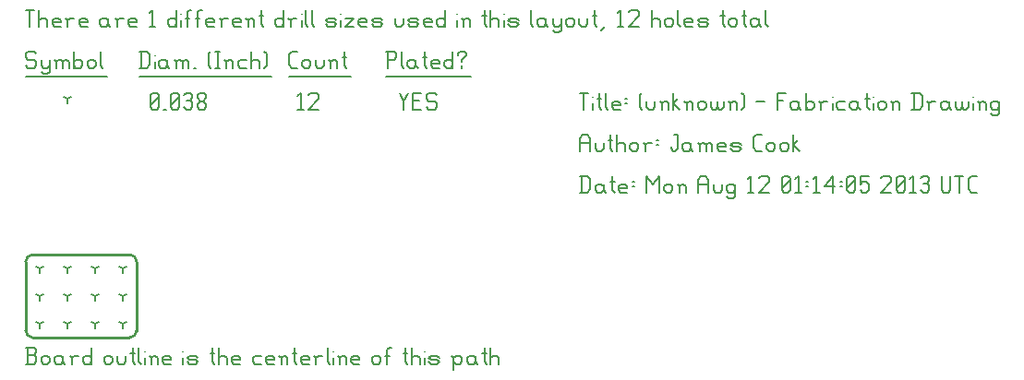
<source format=gbr>
G04 start of page 12 for group -3984 idx -3984 *
G04 Title: (unknown), fab *
G04 Creator: pcb 20110918 *
G04 CreationDate: Mon Aug 12 01:14:05 2013 UTC *
G04 For: mokus *
G04 Format: Gerber/RS-274X *
G04 PCB-Dimensions: 40000 30000 *
G04 PCB-Coordinate-Origin: lower left *
%MOIN*%
%FSLAX25Y25*%
%LNFAB*%
%ADD29C,0.0100*%
%ADD28C,0.0075*%
%ADD27C,0.0060*%
%ADD26C,0.0080*%
G54D26*X5000Y25000D02*Y23400D01*
Y25000D02*X6387Y25800D01*
X5000Y25000D02*X3613Y25800D01*
X5000Y15000D02*Y13400D01*
Y15000D02*X6387Y15800D01*
X5000Y15000D02*X3613Y15800D01*
X5000Y5000D02*Y3400D01*
Y5000D02*X6387Y5800D01*
X5000Y5000D02*X3613Y5800D01*
X15000Y25000D02*Y23400D01*
Y25000D02*X16387Y25800D01*
X15000Y25000D02*X13613Y25800D01*
X25000Y25000D02*Y23400D01*
Y25000D02*X26387Y25800D01*
X25000Y25000D02*X23613Y25800D01*
X15000Y15000D02*Y13400D01*
Y15000D02*X16387Y15800D01*
X15000Y15000D02*X13613Y15800D01*
X25000Y15000D02*Y13400D01*
Y15000D02*X26387Y15800D01*
X25000Y15000D02*X23613Y15800D01*
X15000Y5000D02*Y3400D01*
Y5000D02*X16387Y5800D01*
X15000Y5000D02*X13613Y5800D01*
X25000Y5000D02*Y3400D01*
Y5000D02*X26387Y5800D01*
X25000Y5000D02*X23613Y5800D01*
X35000Y25000D02*Y23400D01*
Y25000D02*X36387Y25800D01*
X35000Y25000D02*X33613Y25800D01*
X35000Y15000D02*Y13400D01*
Y15000D02*X36387Y15800D01*
X35000Y15000D02*X33613Y15800D01*
X35000Y5000D02*Y3400D01*
Y5000D02*X36387Y5800D01*
X35000Y5000D02*X33613Y5800D01*
X15000Y86250D02*Y84650D01*
Y86250D02*X16387Y87050D01*
X15000Y86250D02*X13613Y87050D01*
G54D27*X135000Y88500D02*X136500Y85500D01*
X138000Y88500D01*
X136500Y85500D02*Y82500D01*
X139800Y85800D02*X142050D01*
X139800Y82500D02*X142800D01*
X139800Y88500D02*Y82500D01*
Y88500D02*X142800D01*
X147600D02*X148350Y87750D01*
X145350Y88500D02*X147600D01*
X144600Y87750D02*X145350Y88500D01*
X144600Y87750D02*Y86250D01*
X145350Y85500D01*
X147600D01*
X148350Y84750D01*
Y83250D01*
X147600Y82500D02*X148350Y83250D01*
X145350Y82500D02*X147600D01*
X144600Y83250D02*X145350Y82500D01*
X98000Y87300D02*X99200Y88500D01*
Y82500D01*
X98000D02*X100250D01*
X102050Y87750D02*X102800Y88500D01*
X105050D01*
X105800Y87750D01*
Y86250D01*
X102050Y82500D02*X105800Y86250D01*
X102050Y82500D02*X105800D01*
X45000Y83250D02*X45750Y82500D01*
X45000Y87750D02*Y83250D01*
Y87750D02*X45750Y88500D01*
X47250D01*
X48000Y87750D01*
Y83250D01*
X47250Y82500D02*X48000Y83250D01*
X45750Y82500D02*X47250D01*
X45000Y84000D02*X48000Y87000D01*
X49800Y82500D02*X50550D01*
X52350Y83250D02*X53100Y82500D01*
X52350Y87750D02*Y83250D01*
Y87750D02*X53100Y88500D01*
X54600D01*
X55350Y87750D01*
Y83250D01*
X54600Y82500D02*X55350Y83250D01*
X53100Y82500D02*X54600D01*
X52350Y84000D02*X55350Y87000D01*
X57150Y87750D02*X57900Y88500D01*
X59400D01*
X60150Y87750D01*
X59400Y82500D02*X60150Y83250D01*
X57900Y82500D02*X59400D01*
X57150Y83250D02*X57900Y82500D01*
Y85800D02*X59400D01*
X60150Y87750D02*Y86550D01*
Y85050D02*Y83250D01*
Y85050D02*X59400Y85800D01*
X60150Y86550D02*X59400Y85800D01*
X61950Y83250D02*X62700Y82500D01*
X61950Y84450D02*Y83250D01*
Y84450D02*X63000Y85500D01*
X63900D01*
X64950Y84450D01*
Y83250D01*
X64200Y82500D02*X64950Y83250D01*
X62700Y82500D02*X64200D01*
X61950Y86550D02*X63000Y85500D01*
X61950Y87750D02*Y86550D01*
Y87750D02*X62700Y88500D01*
X64200D01*
X64950Y87750D01*
Y86550D01*
X63900Y85500D02*X64950Y86550D01*
X3000Y103500D02*X3750Y102750D01*
X750Y103500D02*X3000D01*
X0Y102750D02*X750Y103500D01*
X0Y102750D02*Y101250D01*
X750Y100500D01*
X3000D01*
X3750Y99750D01*
Y98250D01*
X3000Y97500D02*X3750Y98250D01*
X750Y97500D02*X3000D01*
X0Y98250D02*X750Y97500D01*
X5550Y100500D02*Y98250D01*
X6300Y97500D01*
X8550Y100500D02*Y96000D01*
X7800Y95250D02*X8550Y96000D01*
X6300Y95250D02*X7800D01*
X5550Y96000D02*X6300Y95250D01*
Y97500D02*X7800D01*
X8550Y98250D01*
X11100Y99750D02*Y97500D01*
Y99750D02*X11850Y100500D01*
X12600D01*
X13350Y99750D01*
Y97500D01*
Y99750D02*X14100Y100500D01*
X14850D01*
X15600Y99750D01*
Y97500D01*
X10350Y100500D02*X11100Y99750D01*
X17400Y103500D02*Y97500D01*
Y98250D02*X18150Y97500D01*
X19650D01*
X20400Y98250D01*
Y99750D02*Y98250D01*
X19650Y100500D02*X20400Y99750D01*
X18150Y100500D02*X19650D01*
X17400Y99750D02*X18150Y100500D01*
X22200Y99750D02*Y98250D01*
Y99750D02*X22950Y100500D01*
X24450D01*
X25200Y99750D01*
Y98250D01*
X24450Y97500D02*X25200Y98250D01*
X22950Y97500D02*X24450D01*
X22200Y98250D02*X22950Y97500D01*
X27000Y103500D02*Y98250D01*
X27750Y97500D01*
X0Y94250D02*X29250D01*
X41750Y103500D02*Y97500D01*
X43700Y103500D02*X44750Y102450D01*
Y98550D01*
X43700Y97500D02*X44750Y98550D01*
X41000Y97500D02*X43700D01*
X41000Y103500D02*X43700D01*
G54D28*X46550Y102000D02*Y101850D01*
G54D27*Y99750D02*Y97500D01*
X50300Y100500D02*X51050Y99750D01*
X48800Y100500D02*X50300D01*
X48050Y99750D02*X48800Y100500D01*
X48050Y99750D02*Y98250D01*
X48800Y97500D01*
X51050Y100500D02*Y98250D01*
X51800Y97500D01*
X48800D02*X50300D01*
X51050Y98250D01*
X54350Y99750D02*Y97500D01*
Y99750D02*X55100Y100500D01*
X55850D01*
X56600Y99750D01*
Y97500D01*
Y99750D02*X57350Y100500D01*
X58100D01*
X58850Y99750D01*
Y97500D01*
X53600Y100500D02*X54350Y99750D01*
X60650Y97500D02*X61400D01*
X65900Y98250D02*X66650Y97500D01*
X65900Y102750D02*X66650Y103500D01*
X65900Y102750D02*Y98250D01*
X68450Y103500D02*X69950D01*
X69200D02*Y97500D01*
X68450D02*X69950D01*
X72500Y99750D02*Y97500D01*
Y99750D02*X73250Y100500D01*
X74000D01*
X74750Y99750D01*
Y97500D01*
X71750Y100500D02*X72500Y99750D01*
X77300Y100500D02*X79550D01*
X76550Y99750D02*X77300Y100500D01*
X76550Y99750D02*Y98250D01*
X77300Y97500D01*
X79550D01*
X81350Y103500D02*Y97500D01*
Y99750D02*X82100Y100500D01*
X83600D01*
X84350Y99750D01*
Y97500D01*
X86150Y103500D02*X86900Y102750D01*
Y98250D01*
X86150Y97500D02*X86900Y98250D01*
X41000Y94250D02*X88700D01*
X96050Y97500D02*X98000D01*
X95000Y98550D02*X96050Y97500D01*
X95000Y102450D02*Y98550D01*
Y102450D02*X96050Y103500D01*
X98000D01*
X99800Y99750D02*Y98250D01*
Y99750D02*X100550Y100500D01*
X102050D01*
X102800Y99750D01*
Y98250D01*
X102050Y97500D02*X102800Y98250D01*
X100550Y97500D02*X102050D01*
X99800Y98250D02*X100550Y97500D01*
X104600Y100500D02*Y98250D01*
X105350Y97500D01*
X106850D01*
X107600Y98250D01*
Y100500D02*Y98250D01*
X110150Y99750D02*Y97500D01*
Y99750D02*X110900Y100500D01*
X111650D01*
X112400Y99750D01*
Y97500D01*
X109400Y100500D02*X110150Y99750D01*
X114950Y103500D02*Y98250D01*
X115700Y97500D01*
X114200Y101250D02*X115700D01*
X95000Y94250D02*X117200D01*
X130750Y103500D02*Y97500D01*
X130000Y103500D02*X133000D01*
X133750Y102750D01*
Y101250D01*
X133000Y100500D02*X133750Y101250D01*
X130750Y100500D02*X133000D01*
X135550Y103500D02*Y98250D01*
X136300Y97500D01*
X140050Y100500D02*X140800Y99750D01*
X138550Y100500D02*X140050D01*
X137800Y99750D02*X138550Y100500D01*
X137800Y99750D02*Y98250D01*
X138550Y97500D01*
X140800Y100500D02*Y98250D01*
X141550Y97500D01*
X138550D02*X140050D01*
X140800Y98250D01*
X144100Y103500D02*Y98250D01*
X144850Y97500D01*
X143350Y101250D02*X144850D01*
X147100Y97500D02*X149350D01*
X146350Y98250D02*X147100Y97500D01*
X146350Y99750D02*Y98250D01*
Y99750D02*X147100Y100500D01*
X148600D01*
X149350Y99750D01*
X146350Y99000D02*X149350D01*
Y99750D02*Y99000D01*
X154150Y103500D02*Y97500D01*
X153400D02*X154150Y98250D01*
X151900Y97500D02*X153400D01*
X151150Y98250D02*X151900Y97500D01*
X151150Y99750D02*Y98250D01*
Y99750D02*X151900Y100500D01*
X153400D01*
X154150Y99750D01*
X157450Y100500D02*Y99750D01*
Y98250D02*Y97500D01*
X155950Y102750D02*Y102000D01*
Y102750D02*X156700Y103500D01*
X158200D01*
X158950Y102750D01*
Y102000D01*
X157450Y100500D02*X158950Y102000D01*
X130000Y94250D02*X160750D01*
X0Y118500D02*X3000D01*
X1500D02*Y112500D01*
X4800Y118500D02*Y112500D01*
Y114750D02*X5550Y115500D01*
X7050D01*
X7800Y114750D01*
Y112500D01*
X10350D02*X12600D01*
X9600Y113250D02*X10350Y112500D01*
X9600Y114750D02*Y113250D01*
Y114750D02*X10350Y115500D01*
X11850D01*
X12600Y114750D01*
X9600Y114000D02*X12600D01*
Y114750D02*Y114000D01*
X15150Y114750D02*Y112500D01*
Y114750D02*X15900Y115500D01*
X17400D01*
X14400D02*X15150Y114750D01*
X19950Y112500D02*X22200D01*
X19200Y113250D02*X19950Y112500D01*
X19200Y114750D02*Y113250D01*
Y114750D02*X19950Y115500D01*
X21450D01*
X22200Y114750D01*
X19200Y114000D02*X22200D01*
Y114750D02*Y114000D01*
X28950Y115500D02*X29700Y114750D01*
X27450Y115500D02*X28950D01*
X26700Y114750D02*X27450Y115500D01*
X26700Y114750D02*Y113250D01*
X27450Y112500D01*
X29700Y115500D02*Y113250D01*
X30450Y112500D01*
X27450D02*X28950D01*
X29700Y113250D01*
X33000Y114750D02*Y112500D01*
Y114750D02*X33750Y115500D01*
X35250D01*
X32250D02*X33000Y114750D01*
X37800Y112500D02*X40050D01*
X37050Y113250D02*X37800Y112500D01*
X37050Y114750D02*Y113250D01*
Y114750D02*X37800Y115500D01*
X39300D01*
X40050Y114750D01*
X37050Y114000D02*X40050D01*
Y114750D02*Y114000D01*
X44550Y117300D02*X45750Y118500D01*
Y112500D01*
X44550D02*X46800D01*
X54300Y118500D02*Y112500D01*
X53550D02*X54300Y113250D01*
X52050Y112500D02*X53550D01*
X51300Y113250D02*X52050Y112500D01*
X51300Y114750D02*Y113250D01*
Y114750D02*X52050Y115500D01*
X53550D01*
X54300Y114750D01*
G54D28*X56100Y117000D02*Y116850D01*
G54D27*Y114750D02*Y112500D01*
X58350Y117750D02*Y112500D01*
Y117750D02*X59100Y118500D01*
X59850D01*
X57600Y115500D02*X59100D01*
X62100Y117750D02*Y112500D01*
Y117750D02*X62850Y118500D01*
X63600D01*
X61350Y115500D02*X62850D01*
X65850Y112500D02*X68100D01*
X65100Y113250D02*X65850Y112500D01*
X65100Y114750D02*Y113250D01*
Y114750D02*X65850Y115500D01*
X67350D01*
X68100Y114750D01*
X65100Y114000D02*X68100D01*
Y114750D02*Y114000D01*
X70650Y114750D02*Y112500D01*
Y114750D02*X71400Y115500D01*
X72900D01*
X69900D02*X70650Y114750D01*
X75450Y112500D02*X77700D01*
X74700Y113250D02*X75450Y112500D01*
X74700Y114750D02*Y113250D01*
Y114750D02*X75450Y115500D01*
X76950D01*
X77700Y114750D01*
X74700Y114000D02*X77700D01*
Y114750D02*Y114000D01*
X80250Y114750D02*Y112500D01*
Y114750D02*X81000Y115500D01*
X81750D01*
X82500Y114750D01*
Y112500D01*
X79500Y115500D02*X80250Y114750D01*
X85050Y118500D02*Y113250D01*
X85800Y112500D01*
X84300Y116250D02*X85800D01*
X93000Y118500D02*Y112500D01*
X92250D02*X93000Y113250D01*
X90750Y112500D02*X92250D01*
X90000Y113250D02*X90750Y112500D01*
X90000Y114750D02*Y113250D01*
Y114750D02*X90750Y115500D01*
X92250D01*
X93000Y114750D01*
X95550D02*Y112500D01*
Y114750D02*X96300Y115500D01*
X97800D01*
X94800D02*X95550Y114750D01*
G54D28*X99600Y117000D02*Y116850D01*
G54D27*Y114750D02*Y112500D01*
X101100Y118500D02*Y113250D01*
X101850Y112500D01*
X103350Y118500D02*Y113250D01*
X104100Y112500D01*
X109050D02*X111300D01*
X112050Y113250D01*
X111300Y114000D02*X112050Y113250D01*
X109050Y114000D02*X111300D01*
X108300Y114750D02*X109050Y114000D01*
X108300Y114750D02*X109050Y115500D01*
X111300D01*
X112050Y114750D01*
X108300Y113250D02*X109050Y112500D01*
G54D28*X113850Y117000D02*Y116850D01*
G54D27*Y114750D02*Y112500D01*
X115350Y115500D02*X118350D01*
X115350Y112500D02*X118350Y115500D01*
X115350Y112500D02*X118350D01*
X120900D02*X123150D01*
X120150Y113250D02*X120900Y112500D01*
X120150Y114750D02*Y113250D01*
Y114750D02*X120900Y115500D01*
X122400D01*
X123150Y114750D01*
X120150Y114000D02*X123150D01*
Y114750D02*Y114000D01*
X125700Y112500D02*X127950D01*
X128700Y113250D01*
X127950Y114000D02*X128700Y113250D01*
X125700Y114000D02*X127950D01*
X124950Y114750D02*X125700Y114000D01*
X124950Y114750D02*X125700Y115500D01*
X127950D01*
X128700Y114750D01*
X124950Y113250D02*X125700Y112500D01*
X133200Y115500D02*Y113250D01*
X133950Y112500D01*
X135450D01*
X136200Y113250D01*
Y115500D02*Y113250D01*
X138750Y112500D02*X141000D01*
X141750Y113250D01*
X141000Y114000D02*X141750Y113250D01*
X138750Y114000D02*X141000D01*
X138000Y114750D02*X138750Y114000D01*
X138000Y114750D02*X138750Y115500D01*
X141000D01*
X141750Y114750D01*
X138000Y113250D02*X138750Y112500D01*
X144300D02*X146550D01*
X143550Y113250D02*X144300Y112500D01*
X143550Y114750D02*Y113250D01*
Y114750D02*X144300Y115500D01*
X145800D01*
X146550Y114750D01*
X143550Y114000D02*X146550D01*
Y114750D02*Y114000D01*
X151350Y118500D02*Y112500D01*
X150600D02*X151350Y113250D01*
X149100Y112500D02*X150600D01*
X148350Y113250D02*X149100Y112500D01*
X148350Y114750D02*Y113250D01*
Y114750D02*X149100Y115500D01*
X150600D01*
X151350Y114750D01*
G54D28*X155850Y117000D02*Y116850D01*
G54D27*Y114750D02*Y112500D01*
X158100Y114750D02*Y112500D01*
Y114750D02*X158850Y115500D01*
X159600D01*
X160350Y114750D01*
Y112500D01*
X157350Y115500D02*X158100Y114750D01*
X165600Y118500D02*Y113250D01*
X166350Y112500D01*
X164850Y116250D02*X166350D01*
X167850Y118500D02*Y112500D01*
Y114750D02*X168600Y115500D01*
X170100D01*
X170850Y114750D01*
Y112500D01*
G54D28*X172650Y117000D02*Y116850D01*
G54D27*Y114750D02*Y112500D01*
X174900D02*X177150D01*
X177900Y113250D01*
X177150Y114000D02*X177900Y113250D01*
X174900Y114000D02*X177150D01*
X174150Y114750D02*X174900Y114000D01*
X174150Y114750D02*X174900Y115500D01*
X177150D01*
X177900Y114750D01*
X174150Y113250D02*X174900Y112500D01*
X182400Y118500D02*Y113250D01*
X183150Y112500D01*
X186900Y115500D02*X187650Y114750D01*
X185400Y115500D02*X186900D01*
X184650Y114750D02*X185400Y115500D01*
X184650Y114750D02*Y113250D01*
X185400Y112500D01*
X187650Y115500D02*Y113250D01*
X188400Y112500D01*
X185400D02*X186900D01*
X187650Y113250D01*
X190200Y115500D02*Y113250D01*
X190950Y112500D01*
X193200Y115500D02*Y111000D01*
X192450Y110250D02*X193200Y111000D01*
X190950Y110250D02*X192450D01*
X190200Y111000D02*X190950Y110250D01*
Y112500D02*X192450D01*
X193200Y113250D01*
X195000Y114750D02*Y113250D01*
Y114750D02*X195750Y115500D01*
X197250D01*
X198000Y114750D01*
Y113250D01*
X197250Y112500D02*X198000Y113250D01*
X195750Y112500D02*X197250D01*
X195000Y113250D02*X195750Y112500D01*
X199800Y115500D02*Y113250D01*
X200550Y112500D01*
X202050D01*
X202800Y113250D01*
Y115500D02*Y113250D01*
X205350Y118500D02*Y113250D01*
X206100Y112500D01*
X204600Y116250D02*X206100D01*
X207600Y111000D02*X209100Y112500D01*
X213600Y117300D02*X214800Y118500D01*
Y112500D01*
X213600D02*X215850D01*
X217650Y117750D02*X218400Y118500D01*
X220650D01*
X221400Y117750D01*
Y116250D01*
X217650Y112500D02*X221400Y116250D01*
X217650Y112500D02*X221400D01*
X225900Y118500D02*Y112500D01*
Y114750D02*X226650Y115500D01*
X228150D01*
X228900Y114750D01*
Y112500D01*
X230700Y114750D02*Y113250D01*
Y114750D02*X231450Y115500D01*
X232950D01*
X233700Y114750D01*
Y113250D01*
X232950Y112500D02*X233700Y113250D01*
X231450Y112500D02*X232950D01*
X230700Y113250D02*X231450Y112500D01*
X235500Y118500D02*Y113250D01*
X236250Y112500D01*
X238500D02*X240750D01*
X237750Y113250D02*X238500Y112500D01*
X237750Y114750D02*Y113250D01*
Y114750D02*X238500Y115500D01*
X240000D01*
X240750Y114750D01*
X237750Y114000D02*X240750D01*
Y114750D02*Y114000D01*
X243300Y112500D02*X245550D01*
X246300Y113250D01*
X245550Y114000D02*X246300Y113250D01*
X243300Y114000D02*X245550D01*
X242550Y114750D02*X243300Y114000D01*
X242550Y114750D02*X243300Y115500D01*
X245550D01*
X246300Y114750D01*
X242550Y113250D02*X243300Y112500D01*
X251550Y118500D02*Y113250D01*
X252300Y112500D01*
X250800Y116250D02*X252300D01*
X253800Y114750D02*Y113250D01*
Y114750D02*X254550Y115500D01*
X256050D01*
X256800Y114750D01*
Y113250D01*
X256050Y112500D02*X256800Y113250D01*
X254550Y112500D02*X256050D01*
X253800Y113250D02*X254550Y112500D01*
X259350Y118500D02*Y113250D01*
X260100Y112500D01*
X258600Y116250D02*X260100D01*
X263850Y115500D02*X264600Y114750D01*
X262350Y115500D02*X263850D01*
X261600Y114750D02*X262350Y115500D01*
X261600Y114750D02*Y113250D01*
X262350Y112500D01*
X264600Y115500D02*Y113250D01*
X265350Y112500D01*
X262350D02*X263850D01*
X264600Y113250D01*
X267150Y118500D02*Y113250D01*
X267900Y112500D01*
G54D29*X0Y2500D02*Y27500D01*
X2500Y30000D02*X37500D01*
X40000Y27500D02*Y2500D01*
X37500Y0D02*X2500D01*
X0Y27500D02*G75*G02X2500Y30000I2500J0D01*G01*
X37500D02*G75*G02X40000Y27500I0J-2500D01*G01*
X37500Y0D02*G75*G03X40000Y2500I0J2500D01*G01*
X2500Y0D02*G75*G02X0Y2500I0J2500D01*G01*
G54D27*Y-9500D02*X3000D01*
X3750Y-8750D01*
Y-6950D02*Y-8750D01*
X3000Y-6200D02*X3750Y-6950D01*
X750Y-6200D02*X3000D01*
X750Y-3500D02*Y-9500D01*
X0Y-3500D02*X3000D01*
X3750Y-4250D01*
Y-5450D01*
X3000Y-6200D02*X3750Y-5450D01*
X5550Y-7250D02*Y-8750D01*
Y-7250D02*X6300Y-6500D01*
X7800D01*
X8550Y-7250D01*
Y-8750D01*
X7800Y-9500D02*X8550Y-8750D01*
X6300Y-9500D02*X7800D01*
X5550Y-8750D02*X6300Y-9500D01*
X12600Y-6500D02*X13350Y-7250D01*
X11100Y-6500D02*X12600D01*
X10350Y-7250D02*X11100Y-6500D01*
X10350Y-7250D02*Y-8750D01*
X11100Y-9500D01*
X13350Y-6500D02*Y-8750D01*
X14100Y-9500D01*
X11100D02*X12600D01*
X13350Y-8750D01*
X16650Y-7250D02*Y-9500D01*
Y-7250D02*X17400Y-6500D01*
X18900D01*
X15900D02*X16650Y-7250D01*
X23700Y-3500D02*Y-9500D01*
X22950D02*X23700Y-8750D01*
X21450Y-9500D02*X22950D01*
X20700Y-8750D02*X21450Y-9500D01*
X20700Y-7250D02*Y-8750D01*
Y-7250D02*X21450Y-6500D01*
X22950D01*
X23700Y-7250D01*
X28200D02*Y-8750D01*
Y-7250D02*X28950Y-6500D01*
X30450D01*
X31200Y-7250D01*
Y-8750D01*
X30450Y-9500D02*X31200Y-8750D01*
X28950Y-9500D02*X30450D01*
X28200Y-8750D02*X28950Y-9500D01*
X33000Y-6500D02*Y-8750D01*
X33750Y-9500D01*
X35250D01*
X36000Y-8750D01*
Y-6500D02*Y-8750D01*
X38550Y-3500D02*Y-8750D01*
X39300Y-9500D01*
X37800Y-5750D02*X39300D01*
X40800Y-3500D02*Y-8750D01*
X41550Y-9500D01*
G54D28*X43050Y-5000D02*Y-5150D01*
G54D27*Y-7250D02*Y-9500D01*
X45300Y-7250D02*Y-9500D01*
Y-7250D02*X46050Y-6500D01*
X46800D01*
X47550Y-7250D01*
Y-9500D01*
X44550Y-6500D02*X45300Y-7250D01*
X50100Y-9500D02*X52350D01*
X49350Y-8750D02*X50100Y-9500D01*
X49350Y-7250D02*Y-8750D01*
Y-7250D02*X50100Y-6500D01*
X51600D01*
X52350Y-7250D01*
X49350Y-8000D02*X52350D01*
Y-7250D02*Y-8000D01*
G54D28*X56850Y-5000D02*Y-5150D01*
G54D27*Y-7250D02*Y-9500D01*
X59100D02*X61350D01*
X62100Y-8750D01*
X61350Y-8000D02*X62100Y-8750D01*
X59100Y-8000D02*X61350D01*
X58350Y-7250D02*X59100Y-8000D01*
X58350Y-7250D02*X59100Y-6500D01*
X61350D01*
X62100Y-7250D01*
X58350Y-8750D02*X59100Y-9500D01*
X67350Y-3500D02*Y-8750D01*
X68100Y-9500D01*
X66600Y-5750D02*X68100D01*
X69600Y-3500D02*Y-9500D01*
Y-7250D02*X70350Y-6500D01*
X71850D01*
X72600Y-7250D01*
Y-9500D01*
X75150D02*X77400D01*
X74400Y-8750D02*X75150Y-9500D01*
X74400Y-7250D02*Y-8750D01*
Y-7250D02*X75150Y-6500D01*
X76650D01*
X77400Y-7250D01*
X74400Y-8000D02*X77400D01*
Y-7250D02*Y-8000D01*
X82650Y-6500D02*X84900D01*
X81900Y-7250D02*X82650Y-6500D01*
X81900Y-7250D02*Y-8750D01*
X82650Y-9500D01*
X84900D01*
X87450D02*X89700D01*
X86700Y-8750D02*X87450Y-9500D01*
X86700Y-7250D02*Y-8750D01*
Y-7250D02*X87450Y-6500D01*
X88950D01*
X89700Y-7250D01*
X86700Y-8000D02*X89700D01*
Y-7250D02*Y-8000D01*
X92250Y-7250D02*Y-9500D01*
Y-7250D02*X93000Y-6500D01*
X93750D01*
X94500Y-7250D01*
Y-9500D01*
X91500Y-6500D02*X92250Y-7250D01*
X97050Y-3500D02*Y-8750D01*
X97800Y-9500D01*
X96300Y-5750D02*X97800D01*
X100050Y-9500D02*X102300D01*
X99300Y-8750D02*X100050Y-9500D01*
X99300Y-7250D02*Y-8750D01*
Y-7250D02*X100050Y-6500D01*
X101550D01*
X102300Y-7250D01*
X99300Y-8000D02*X102300D01*
Y-7250D02*Y-8000D01*
X104850Y-7250D02*Y-9500D01*
Y-7250D02*X105600Y-6500D01*
X107100D01*
X104100D02*X104850Y-7250D01*
X108900Y-3500D02*Y-8750D01*
X109650Y-9500D01*
G54D28*X111150Y-5000D02*Y-5150D01*
G54D27*Y-7250D02*Y-9500D01*
X113400Y-7250D02*Y-9500D01*
Y-7250D02*X114150Y-6500D01*
X114900D01*
X115650Y-7250D01*
Y-9500D01*
X112650Y-6500D02*X113400Y-7250D01*
X118200Y-9500D02*X120450D01*
X117450Y-8750D02*X118200Y-9500D01*
X117450Y-7250D02*Y-8750D01*
Y-7250D02*X118200Y-6500D01*
X119700D01*
X120450Y-7250D01*
X117450Y-8000D02*X120450D01*
Y-7250D02*Y-8000D01*
X124950Y-7250D02*Y-8750D01*
Y-7250D02*X125700Y-6500D01*
X127200D01*
X127950Y-7250D01*
Y-8750D01*
X127200Y-9500D02*X127950Y-8750D01*
X125700Y-9500D02*X127200D01*
X124950Y-8750D02*X125700Y-9500D01*
X130500Y-4250D02*Y-9500D01*
Y-4250D02*X131250Y-3500D01*
X132000D01*
X129750Y-6500D02*X131250D01*
X136950Y-3500D02*Y-8750D01*
X137700Y-9500D01*
X136200Y-5750D02*X137700D01*
X139200Y-3500D02*Y-9500D01*
Y-7250D02*X139950Y-6500D01*
X141450D01*
X142200Y-7250D01*
Y-9500D01*
G54D28*X144000Y-5000D02*Y-5150D01*
G54D27*Y-7250D02*Y-9500D01*
X146250D02*X148500D01*
X149250Y-8750D01*
X148500Y-8000D02*X149250Y-8750D01*
X146250Y-8000D02*X148500D01*
X145500Y-7250D02*X146250Y-8000D01*
X145500Y-7250D02*X146250Y-6500D01*
X148500D01*
X149250Y-7250D01*
X145500Y-8750D02*X146250Y-9500D01*
X154500Y-7250D02*Y-11750D01*
X153750Y-6500D02*X154500Y-7250D01*
X155250Y-6500D01*
X156750D01*
X157500Y-7250D01*
Y-8750D01*
X156750Y-9500D02*X157500Y-8750D01*
X155250Y-9500D02*X156750D01*
X154500Y-8750D02*X155250Y-9500D01*
X161550Y-6500D02*X162300Y-7250D01*
X160050Y-6500D02*X161550D01*
X159300Y-7250D02*X160050Y-6500D01*
X159300Y-7250D02*Y-8750D01*
X160050Y-9500D01*
X162300Y-6500D02*Y-8750D01*
X163050Y-9500D01*
X160050D02*X161550D01*
X162300Y-8750D01*
X165600Y-3500D02*Y-8750D01*
X166350Y-9500D01*
X164850Y-5750D02*X166350D01*
X167850Y-3500D02*Y-9500D01*
Y-7250D02*X168600Y-6500D01*
X170100D01*
X170850Y-7250D01*
Y-9500D01*
X200750Y58500D02*Y52500D01*
X202700Y58500D02*X203750Y57450D01*
Y53550D01*
X202700Y52500D02*X203750Y53550D01*
X200000Y52500D02*X202700D01*
X200000Y58500D02*X202700D01*
X207800Y55500D02*X208550Y54750D01*
X206300Y55500D02*X207800D01*
X205550Y54750D02*X206300Y55500D01*
X205550Y54750D02*Y53250D01*
X206300Y52500D01*
X208550Y55500D02*Y53250D01*
X209300Y52500D01*
X206300D02*X207800D01*
X208550Y53250D01*
X211850Y58500D02*Y53250D01*
X212600Y52500D01*
X211100Y56250D02*X212600D01*
X214850Y52500D02*X217100D01*
X214100Y53250D02*X214850Y52500D01*
X214100Y54750D02*Y53250D01*
Y54750D02*X214850Y55500D01*
X216350D01*
X217100Y54750D01*
X214100Y54000D02*X217100D01*
Y54750D02*Y54000D01*
X218900Y56250D02*X219650D01*
X218900Y54750D02*X219650D01*
X224150Y58500D02*Y52500D01*
Y58500D02*X226400Y55500D01*
X228650Y58500D01*
Y52500D01*
X230450Y54750D02*Y53250D01*
Y54750D02*X231200Y55500D01*
X232700D01*
X233450Y54750D01*
Y53250D01*
X232700Y52500D02*X233450Y53250D01*
X231200Y52500D02*X232700D01*
X230450Y53250D02*X231200Y52500D01*
X236000Y54750D02*Y52500D01*
Y54750D02*X236750Y55500D01*
X237500D01*
X238250Y54750D01*
Y52500D01*
X235250Y55500D02*X236000Y54750D01*
X242750Y57000D02*Y52500D01*
Y57000D02*X243800Y58500D01*
X245450D01*
X246500Y57000D01*
Y52500D01*
X242750Y55500D02*X246500D01*
X248300D02*Y53250D01*
X249050Y52500D01*
X250550D01*
X251300Y53250D01*
Y55500D02*Y53250D01*
X255350Y55500D02*X256100Y54750D01*
X253850Y55500D02*X255350D01*
X253100Y54750D02*X253850Y55500D01*
X253100Y54750D02*Y53250D01*
X253850Y52500D01*
X255350D01*
X256100Y53250D01*
X253100Y51000D02*X253850Y50250D01*
X255350D01*
X256100Y51000D01*
Y55500D02*Y51000D01*
X260600Y57300D02*X261800Y58500D01*
Y52500D01*
X260600D02*X262850D01*
X264650Y57750D02*X265400Y58500D01*
X267650D01*
X268400Y57750D01*
Y56250D01*
X264650Y52500D02*X268400Y56250D01*
X264650Y52500D02*X268400D01*
X272900Y53250D02*X273650Y52500D01*
X272900Y57750D02*Y53250D01*
Y57750D02*X273650Y58500D01*
X275150D01*
X275900Y57750D01*
Y53250D01*
X275150Y52500D02*X275900Y53250D01*
X273650Y52500D02*X275150D01*
X272900Y54000D02*X275900Y57000D01*
X277700Y57300D02*X278900Y58500D01*
Y52500D01*
X277700D02*X279950D01*
X281750Y56250D02*X282500D01*
X281750Y54750D02*X282500D01*
X284300Y57300D02*X285500Y58500D01*
Y52500D01*
X284300D02*X286550D01*
X288350Y54750D02*X291350Y58500D01*
X288350Y54750D02*X292100D01*
X291350Y58500D02*Y52500D01*
X293900Y56250D02*X294650D01*
X293900Y54750D02*X294650D01*
X296450Y53250D02*X297200Y52500D01*
X296450Y57750D02*Y53250D01*
Y57750D02*X297200Y58500D01*
X298700D01*
X299450Y57750D01*
Y53250D01*
X298700Y52500D02*X299450Y53250D01*
X297200Y52500D02*X298700D01*
X296450Y54000D02*X299450Y57000D01*
X301250Y58500D02*X304250D01*
X301250D02*Y55500D01*
X302000Y56250D01*
X303500D01*
X304250Y55500D01*
Y53250D01*
X303500Y52500D02*X304250Y53250D01*
X302000Y52500D02*X303500D01*
X301250Y53250D02*X302000Y52500D01*
X308750Y57750D02*X309500Y58500D01*
X311750D01*
X312500Y57750D01*
Y56250D01*
X308750Y52500D02*X312500Y56250D01*
X308750Y52500D02*X312500D01*
X314300Y53250D02*X315050Y52500D01*
X314300Y57750D02*Y53250D01*
Y57750D02*X315050Y58500D01*
X316550D01*
X317300Y57750D01*
Y53250D01*
X316550Y52500D02*X317300Y53250D01*
X315050Y52500D02*X316550D01*
X314300Y54000D02*X317300Y57000D01*
X319100Y57300D02*X320300Y58500D01*
Y52500D01*
X319100D02*X321350D01*
X323150Y57750D02*X323900Y58500D01*
X325400D01*
X326150Y57750D01*
X325400Y52500D02*X326150Y53250D01*
X323900Y52500D02*X325400D01*
X323150Y53250D02*X323900Y52500D01*
Y55800D02*X325400D01*
X326150Y57750D02*Y56550D01*
Y55050D02*Y53250D01*
Y55050D02*X325400Y55800D01*
X326150Y56550D02*X325400Y55800D01*
X330650Y58500D02*Y53250D01*
X331400Y52500D01*
X332900D01*
X333650Y53250D01*
Y58500D02*Y53250D01*
X335450Y58500D02*X338450D01*
X336950D02*Y52500D01*
X341300D02*X343250D01*
X340250Y53550D02*X341300Y52500D01*
X340250Y57450D02*Y53550D01*
Y57450D02*X341300Y58500D01*
X343250D01*
X200000Y72000D02*Y67500D01*
Y72000D02*X201050Y73500D01*
X202700D01*
X203750Y72000D01*
Y67500D01*
X200000Y70500D02*X203750D01*
X205550D02*Y68250D01*
X206300Y67500D01*
X207800D01*
X208550Y68250D01*
Y70500D02*Y68250D01*
X211100Y73500D02*Y68250D01*
X211850Y67500D01*
X210350Y71250D02*X211850D01*
X213350Y73500D02*Y67500D01*
Y69750D02*X214100Y70500D01*
X215600D01*
X216350Y69750D01*
Y67500D01*
X218150Y69750D02*Y68250D01*
Y69750D02*X218900Y70500D01*
X220400D01*
X221150Y69750D01*
Y68250D01*
X220400Y67500D02*X221150Y68250D01*
X218900Y67500D02*X220400D01*
X218150Y68250D02*X218900Y67500D01*
X223700Y69750D02*Y67500D01*
Y69750D02*X224450Y70500D01*
X225950D01*
X222950D02*X223700Y69750D01*
X227750Y71250D02*X228500D01*
X227750Y69750D02*X228500D01*
X234050Y73500D02*X235250D01*
Y68250D01*
X234500Y67500D02*X235250Y68250D01*
X233750Y67500D02*X234500D01*
X233000Y68250D02*X233750Y67500D01*
X233000Y69000D02*Y68250D01*
X239300Y70500D02*X240050Y69750D01*
X237800Y70500D02*X239300D01*
X237050Y69750D02*X237800Y70500D01*
X237050Y69750D02*Y68250D01*
X237800Y67500D01*
X240050Y70500D02*Y68250D01*
X240800Y67500D01*
X237800D02*X239300D01*
X240050Y68250D01*
X243350Y69750D02*Y67500D01*
Y69750D02*X244100Y70500D01*
X244850D01*
X245600Y69750D01*
Y67500D01*
Y69750D02*X246350Y70500D01*
X247100D01*
X247850Y69750D01*
Y67500D01*
X242600Y70500D02*X243350Y69750D01*
X250400Y67500D02*X252650D01*
X249650Y68250D02*X250400Y67500D01*
X249650Y69750D02*Y68250D01*
Y69750D02*X250400Y70500D01*
X251900D01*
X252650Y69750D01*
X249650Y69000D02*X252650D01*
Y69750D02*Y69000D01*
X255200Y67500D02*X257450D01*
X258200Y68250D01*
X257450Y69000D02*X258200Y68250D01*
X255200Y69000D02*X257450D01*
X254450Y69750D02*X255200Y69000D01*
X254450Y69750D02*X255200Y70500D01*
X257450D01*
X258200Y69750D01*
X254450Y68250D02*X255200Y67500D01*
X263750D02*X265700D01*
X262700Y68550D02*X263750Y67500D01*
X262700Y72450D02*Y68550D01*
Y72450D02*X263750Y73500D01*
X265700D01*
X267500Y69750D02*Y68250D01*
Y69750D02*X268250Y70500D01*
X269750D01*
X270500Y69750D01*
Y68250D01*
X269750Y67500D02*X270500Y68250D01*
X268250Y67500D02*X269750D01*
X267500Y68250D02*X268250Y67500D01*
X272300Y69750D02*Y68250D01*
Y69750D02*X273050Y70500D01*
X274550D01*
X275300Y69750D01*
Y68250D01*
X274550Y67500D02*X275300Y68250D01*
X273050Y67500D02*X274550D01*
X272300Y68250D02*X273050Y67500D01*
X277100Y73500D02*Y67500D01*
Y69750D02*X279350Y67500D01*
X277100Y69750D02*X278600Y71250D01*
X200000Y88500D02*X203000D01*
X201500D02*Y82500D01*
G54D28*X204800Y87000D02*Y86850D01*
G54D27*Y84750D02*Y82500D01*
X207050Y88500D02*Y83250D01*
X207800Y82500D01*
X206300Y86250D02*X207800D01*
X209300Y88500D02*Y83250D01*
X210050Y82500D01*
X212300D02*X214550D01*
X211550Y83250D02*X212300Y82500D01*
X211550Y84750D02*Y83250D01*
Y84750D02*X212300Y85500D01*
X213800D01*
X214550Y84750D01*
X211550Y84000D02*X214550D01*
Y84750D02*Y84000D01*
X216350Y86250D02*X217100D01*
X216350Y84750D02*X217100D01*
X221600Y83250D02*X222350Y82500D01*
X221600Y87750D02*X222350Y88500D01*
X221600Y87750D02*Y83250D01*
X224150Y85500D02*Y83250D01*
X224900Y82500D01*
X226400D01*
X227150Y83250D01*
Y85500D02*Y83250D01*
X229700Y84750D02*Y82500D01*
Y84750D02*X230450Y85500D01*
X231200D01*
X231950Y84750D01*
Y82500D01*
X228950Y85500D02*X229700Y84750D01*
X233750Y88500D02*Y82500D01*
Y84750D02*X236000Y82500D01*
X233750Y84750D02*X235250Y86250D01*
X238550Y84750D02*Y82500D01*
Y84750D02*X239300Y85500D01*
X240050D01*
X240800Y84750D01*
Y82500D01*
X237800Y85500D02*X238550Y84750D01*
X242600D02*Y83250D01*
Y84750D02*X243350Y85500D01*
X244850D01*
X245600Y84750D01*
Y83250D01*
X244850Y82500D02*X245600Y83250D01*
X243350Y82500D02*X244850D01*
X242600Y83250D02*X243350Y82500D01*
X247400Y85500D02*Y83250D01*
X248150Y82500D01*
X248900D01*
X249650Y83250D01*
Y85500D02*Y83250D01*
X250400Y82500D01*
X251150D01*
X251900Y83250D01*
Y85500D02*Y83250D01*
X254450Y84750D02*Y82500D01*
Y84750D02*X255200Y85500D01*
X255950D01*
X256700Y84750D01*
Y82500D01*
X253700Y85500D02*X254450Y84750D01*
X258500Y88500D02*X259250Y87750D01*
Y83250D01*
X258500Y82500D02*X259250Y83250D01*
X263750Y85500D02*X266750D01*
X271250Y88500D02*Y82500D01*
Y88500D02*X274250D01*
X271250Y85800D02*X273500D01*
X278300Y85500D02*X279050Y84750D01*
X276800Y85500D02*X278300D01*
X276050Y84750D02*X276800Y85500D01*
X276050Y84750D02*Y83250D01*
X276800Y82500D01*
X279050Y85500D02*Y83250D01*
X279800Y82500D01*
X276800D02*X278300D01*
X279050Y83250D01*
X281600Y88500D02*Y82500D01*
Y83250D02*X282350Y82500D01*
X283850D01*
X284600Y83250D01*
Y84750D02*Y83250D01*
X283850Y85500D02*X284600Y84750D01*
X282350Y85500D02*X283850D01*
X281600Y84750D02*X282350Y85500D01*
X287150Y84750D02*Y82500D01*
Y84750D02*X287900Y85500D01*
X289400D01*
X286400D02*X287150Y84750D01*
G54D28*X291200Y87000D02*Y86850D01*
G54D27*Y84750D02*Y82500D01*
X293450Y85500D02*X295700D01*
X292700Y84750D02*X293450Y85500D01*
X292700Y84750D02*Y83250D01*
X293450Y82500D01*
X295700D01*
X299750Y85500D02*X300500Y84750D01*
X298250Y85500D02*X299750D01*
X297500Y84750D02*X298250Y85500D01*
X297500Y84750D02*Y83250D01*
X298250Y82500D01*
X300500Y85500D02*Y83250D01*
X301250Y82500D01*
X298250D02*X299750D01*
X300500Y83250D01*
X303800Y88500D02*Y83250D01*
X304550Y82500D01*
X303050Y86250D02*X304550D01*
G54D28*X306050Y87000D02*Y86850D01*
G54D27*Y84750D02*Y82500D01*
X307550Y84750D02*Y83250D01*
Y84750D02*X308300Y85500D01*
X309800D01*
X310550Y84750D01*
Y83250D01*
X309800Y82500D02*X310550Y83250D01*
X308300Y82500D02*X309800D01*
X307550Y83250D02*X308300Y82500D01*
X313100Y84750D02*Y82500D01*
Y84750D02*X313850Y85500D01*
X314600D01*
X315350Y84750D01*
Y82500D01*
X312350Y85500D02*X313100Y84750D01*
X320600Y88500D02*Y82500D01*
X322550Y88500D02*X323600Y87450D01*
Y83550D01*
X322550Y82500D02*X323600Y83550D01*
X319850Y82500D02*X322550D01*
X319850Y88500D02*X322550D01*
X326150Y84750D02*Y82500D01*
Y84750D02*X326900Y85500D01*
X328400D01*
X325400D02*X326150Y84750D01*
X332450Y85500D02*X333200Y84750D01*
X330950Y85500D02*X332450D01*
X330200Y84750D02*X330950Y85500D01*
X330200Y84750D02*Y83250D01*
X330950Y82500D01*
X333200Y85500D02*Y83250D01*
X333950Y82500D01*
X330950D02*X332450D01*
X333200Y83250D01*
X335750Y85500D02*Y83250D01*
X336500Y82500D01*
X337250D01*
X338000Y83250D01*
Y85500D02*Y83250D01*
X338750Y82500D01*
X339500D01*
X340250Y83250D01*
Y85500D02*Y83250D01*
G54D28*X342050Y87000D02*Y86850D01*
G54D27*Y84750D02*Y82500D01*
X344300Y84750D02*Y82500D01*
Y84750D02*X345050Y85500D01*
X345800D01*
X346550Y84750D01*
Y82500D01*
X343550Y85500D02*X344300Y84750D01*
X350600Y85500D02*X351350Y84750D01*
X349100Y85500D02*X350600D01*
X348350Y84750D02*X349100Y85500D01*
X348350Y84750D02*Y83250D01*
X349100Y82500D01*
X350600D01*
X351350Y83250D01*
X348350Y81000D02*X349100Y80250D01*
X350600D01*
X351350Y81000D01*
Y85500D02*Y81000D01*
M02*

</source>
